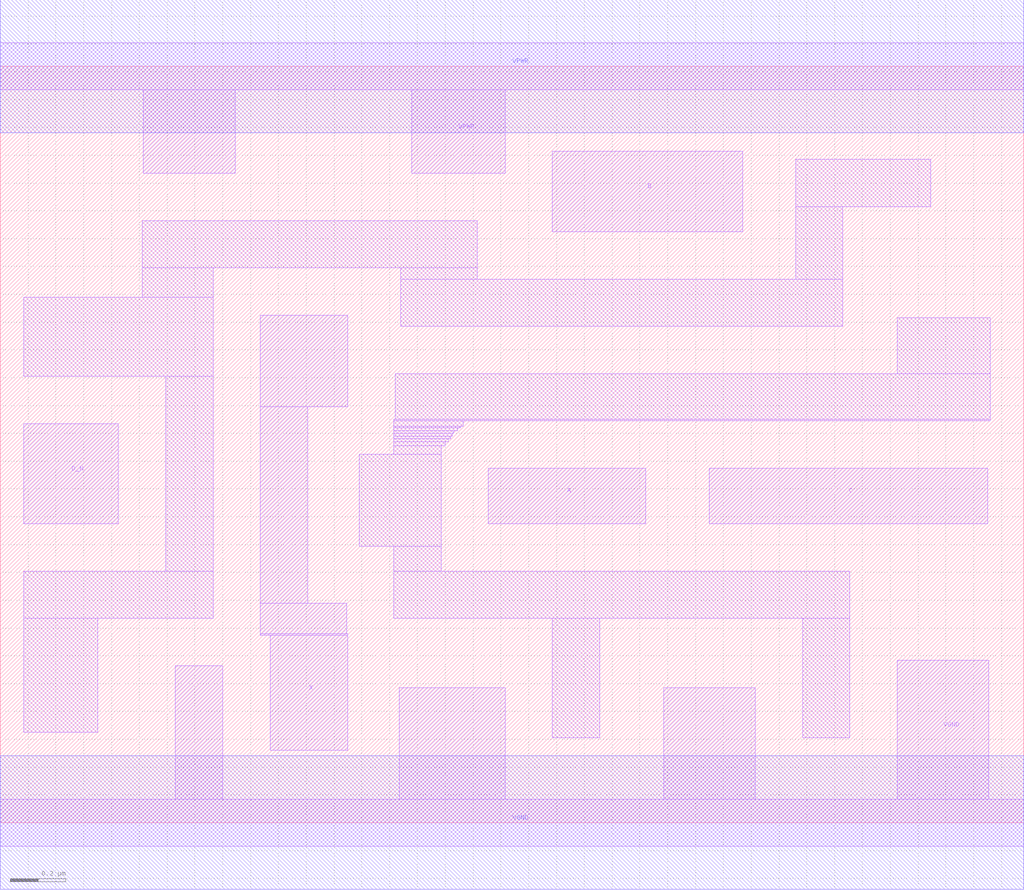
<source format=lef>
# Copyright 2020 The SkyWater PDK Authors
#
# Licensed under the Apache License, Version 2.0 (the "License");
# you may not use this file except in compliance with the License.
# You may obtain a copy of the License at
#
#     https://www.apache.org/licenses/LICENSE-2.0
#
# Unless required by applicable law or agreed to in writing, software
# distributed under the License is distributed on an "AS IS" BASIS,
# WITHOUT WARRANTIES OR CONDITIONS OF ANY KIND, either express or implied.
# See the License for the specific language governing permissions and
# limitations under the License.
#
# SPDX-License-Identifier: Apache-2.0

VERSION 5.5 ;
NAMESCASESENSITIVE ON ;
BUSBITCHARS "[]" ;
DIVIDERCHAR "/" ;
MACRO sky130_fd_sc_hd__or4b_2
  CLASS CORE ;
  SOURCE USER ;
  ORIGIN  0.000000  0.000000 ;
  SIZE  3.680000 BY  2.720000 ;
  SYMMETRY X Y R90 ;
  SITE unithd ;
  PIN A
    ANTENNAGATEAREA  0.126000 ;
    DIRECTION INPUT ;
    USE SIGNAL ;
    PORT
      LAYER li1 ;
        RECT 1.755000 1.075000 2.320000 1.275000 ;
    END
  END A
  PIN B
    ANTENNAGATEAREA  0.126000 ;
    DIRECTION INPUT ;
    USE SIGNAL ;
    PORT
      LAYER li1 ;
        RECT 1.985000 2.125000 2.670000 2.415000 ;
    END
  END B
  PIN C
    ANTENNAGATEAREA  0.126000 ;
    DIRECTION INPUT ;
    USE SIGNAL ;
    PORT
      LAYER li1 ;
        RECT 2.550000 1.075000 3.550000 1.275000 ;
    END
  END C
  PIN D_N
    ANTENNAGATEAREA  0.126000 ;
    DIRECTION INPUT ;
    USE SIGNAL ;
    PORT
      LAYER li1 ;
        RECT 0.085000 1.075000 0.425000 1.435000 ;
    END
  END D_N
  PIN X
    ANTENNADIFFAREA  0.445500 ;
    DIRECTION OUTPUT ;
    USE SIGNAL ;
    PORT
      LAYER li1 ;
        RECT 0.935000 0.675000 1.250000 0.680000 ;
        RECT 0.935000 0.680000 1.245000 0.790000 ;
        RECT 0.935000 0.790000 1.105000 1.495000 ;
        RECT 0.935000 1.495000 1.250000 1.825000 ;
        RECT 0.970000 0.260000 1.250000 0.675000 ;
    END
  END X
  PIN VGND
    DIRECTION INOUT ;
    SHAPE ABUTMENT ;
    USE GROUND ;
    PORT
      LAYER li1 ;
        RECT 0.000000 -0.085000 3.680000 0.085000 ;
        RECT 0.630000  0.085000 0.800000 0.565000 ;
        RECT 1.435000  0.085000 1.815000 0.485000 ;
        RECT 2.385000  0.085000 2.715000 0.485000 ;
        RECT 3.225000  0.085000 3.555000 0.585000 ;
    END
    PORT
      LAYER met1 ;
        RECT 0.000000 -0.240000 3.680000 0.240000 ;
    END
  END VGND
  PIN VNB
    DIRECTION INOUT ;
    USE GROUND ;
    PORT
    END
  END VNB
  PIN VPB
    DIRECTION INOUT ;
    USE POWER ;
    PORT
    END
  END VPB
  PIN VPWR
    DIRECTION INOUT ;
    SHAPE ABUTMENT ;
    USE POWER ;
    PORT
      LAYER li1 ;
        RECT 0.000000 2.635000 3.680000 2.805000 ;
        RECT 0.515000 2.335000 0.845000 2.635000 ;
        RECT 1.480000 2.335000 1.815000 2.635000 ;
    END
    PORT
      LAYER met1 ;
        RECT 0.000000 2.480000 3.680000 2.960000 ;
    END
  END VPWR
  OBS
    LAYER li1 ;
      RECT 0.085000 0.325000 0.350000 0.735000 ;
      RECT 0.085000 0.735000 0.765000 0.905000 ;
      RECT 0.085000 1.605000 0.765000 1.890000 ;
      RECT 0.510000 1.890000 0.765000 1.995000 ;
      RECT 0.510000 1.995000 1.715000 2.165000 ;
      RECT 0.595000 0.905000 0.765000 1.605000 ;
      RECT 1.290000 0.995000 1.585000 1.325000 ;
      RECT 1.415000 0.735000 3.055000 0.905000 ;
      RECT 1.415000 0.905000 1.585000 0.995000 ;
      RECT 1.415000 1.325000 1.585000 1.355000 ;
      RECT 1.415000 1.355000 1.600000 1.370000 ;
      RECT 1.415000 1.370000 1.610000 1.380000 ;
      RECT 1.415000 1.380000 1.620000 1.390000 ;
      RECT 1.415000 1.390000 1.625000 1.400000 ;
      RECT 1.415000 1.400000 1.630000 1.410000 ;
      RECT 1.415000 1.410000 1.645000 1.420000 ;
      RECT 1.415000 1.420000 1.655000 1.425000 ;
      RECT 1.415000 1.425000 1.665000 1.445000 ;
      RECT 1.415000 1.445000 3.560000 1.450000 ;
      RECT 1.420000 1.450000 3.560000 1.615000 ;
      RECT 1.440000 1.785000 3.030000 1.955000 ;
      RECT 1.440000 1.955000 1.715000 1.995000 ;
      RECT 1.985000 0.305000 2.155000 0.735000 ;
      RECT 2.860000 1.955000 3.030000 2.215000 ;
      RECT 2.860000 2.215000 3.345000 2.385000 ;
      RECT 2.885000 0.305000 3.055000 0.735000 ;
      RECT 3.225000 1.615000 3.560000 1.815000 ;
  END
END sky130_fd_sc_hd__or4b_2
END LIBRARY

</source>
